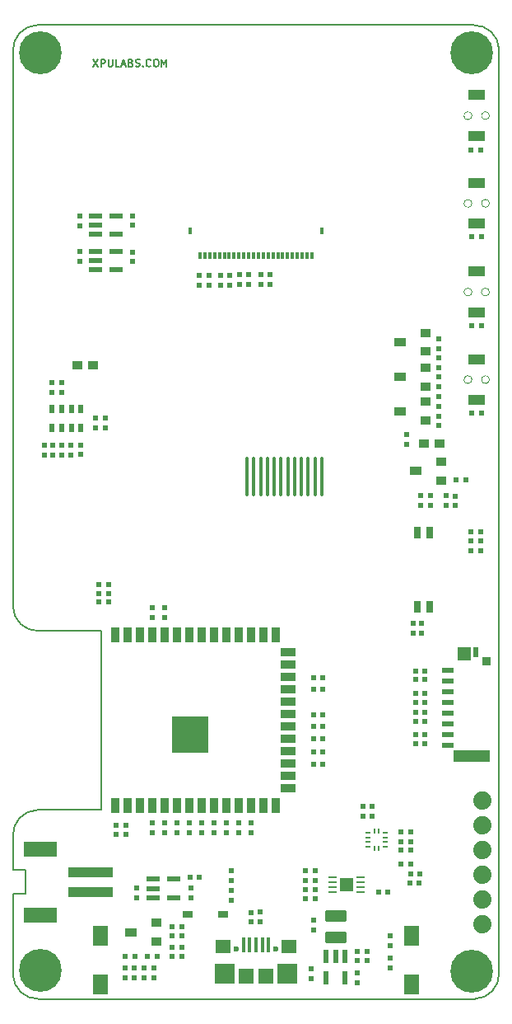
<source format=gts>
%TF.GenerationSoftware,KiCad,Pcbnew,6.0.6-3a73a75311~116~ubuntu20.04.1*%
%TF.CreationDate,2022-08-17T13:19:53+08:00*%
%TF.ProjectId,Maple_Eye_Alef_V12,4d61706c-655f-4457-9965-5f416c65665f,rev?*%
%TF.SameCoordinates,Original*%
%TF.FileFunction,Soldermask,Top*%
%TF.FilePolarity,Negative*%
%FSLAX46Y46*%
G04 Gerber Fmt 4.6, Leading zero omitted, Abs format (unit mm)*
G04 Created by KiCad (PCBNEW 6.0.6-3a73a75311~116~ubuntu20.04.1) date 2022-08-17 13:19:53*
%MOMM*%
%LPD*%
G01*
G04 APERTURE LIST*
G04 Aperture macros list*
%AMRoundRect*
0 Rectangle with rounded corners*
0 $1 Rounding radius*
0 $2 $3 $4 $5 $6 $7 $8 $9 X,Y pos of 4 corners*
0 Add a 4 corners polygon primitive as box body*
4,1,4,$2,$3,$4,$5,$6,$7,$8,$9,$2,$3,0*
0 Add four circle primitives for the rounded corners*
1,1,$1+$1,$2,$3*
1,1,$1+$1,$4,$5*
1,1,$1+$1,$6,$7*
1,1,$1+$1,$8,$9*
0 Add four rect primitives between the rounded corners*
20,1,$1+$1,$2,$3,$4,$5,0*
20,1,$1+$1,$4,$5,$6,$7,0*
20,1,$1+$1,$6,$7,$8,$9,0*
20,1,$1+$1,$8,$9,$2,$3,0*%
G04 Aperture macros list end*
%TA.AperFunction,Profile*%
%ADD10C,0.150000*%
%TD*%
%ADD11C,0.152400*%
%TA.AperFunction,Profile*%
%ADD12C,0.100000*%
%TD*%
%ADD13R,0.600000X0.550000*%
%ADD14R,0.550000X0.600000*%
%ADD15R,1.450000X0.550000*%
%ADD16R,1.450010X0.550012*%
%ADD17R,0.500000X0.600000*%
%ADD18C,0.700000*%
%ADD19C,4.400000*%
%ADD20R,0.550000X1.450000*%
%ADD21R,0.550012X1.450010*%
%ADD22RoundRect,0.250000X0.850000X-0.375000X0.850000X0.375000X-0.850000X0.375000X-0.850000X-0.375000X0*%
%ADD23R,0.999998X0.914400*%
%ADD24R,1.270000X0.914400*%
%ADD25R,0.600000X0.500000*%
%ADD26R,0.500000X0.280010*%
%ADD27R,0.280010X0.500000*%
%ADD28RoundRect,0.100000X0.100000X-1.900000X0.100000X1.900000X-0.100000X1.900000X-0.100000X-1.900000X0*%
%ADD29R,0.759460X1.270000*%
%ADD30RoundRect,0.062500X-0.325000X-0.062500X0.325000X-0.062500X0.325000X0.062500X-0.325000X0.062500X0*%
%ADD31R,1.400000X1.400000*%
%ADD32R,1.700000X1.000000*%
%ADD33R,0.300000X0.800000*%
%ADD34R,0.400000X0.800000*%
%ADD35R,4.599991X1.000000*%
%ADD36R,3.399993X1.600000*%
%ADD37C,0.600000*%
%ADD38R,0.381000X1.524000*%
%ADD39R,1.600000X1.397000*%
%ADD40R,1.500000X1.500000*%
%ADD41R,2.032000X2.032000*%
%ADD42R,1.000000X0.950000*%
%ADD43R,1.000000X0.700000*%
%ADD44C,1.879600*%
%ADD45R,1.500000X2.000000*%
%ADD46R,3.800000X1.200000*%
%ADD47R,1.400000X1.450000*%
%ADD48R,0.600000X1.000000*%
%ADD49R,0.850000X0.950000*%
%ADD50R,1.250000X0.600000*%
%ADD51R,0.600000X0.900000*%
%ADD52R,0.899998X1.499997*%
%ADD53R,1.499997X0.899998*%
%ADD54R,3.699993X3.699993*%
G04 APERTURE END LIST*
D10*
X217516861Y-150099994D02*
G75*
G03*
X219999992Y-147476295I-70261J2553394D01*
G01*
X172477803Y-50100089D02*
G75*
G03*
X169999990Y-52730310I76197J-2554011D01*
G01*
X172488739Y-130703189D02*
G75*
G03*
X169999990Y-133326905I67461J-2556211D01*
G01*
X171331992Y-136824593D02*
X171331992Y-139262993D01*
X169999995Y-147606600D02*
G75*
G03*
X172627800Y-150100005I2560605J67200D01*
G01*
X170000006Y-109815661D02*
G75*
G03*
X172628105Y-112313593I2562994J65061D01*
G01*
X219999992Y-147476295D02*
X219999992Y-52579731D01*
X179078992Y-112313593D02*
X179078992Y-130703193D01*
X179078992Y-112313593D02*
X172628105Y-112313593D01*
X220000000Y-52579731D02*
G75*
G03*
X217374090Y-50100001I-2552800J-73069D01*
G01*
X171331992Y-139262993D02*
X169999990Y-139262993D01*
X172477800Y-50100001D02*
X217374090Y-50100001D01*
X172627800Y-150100005D02*
X217516861Y-150100005D01*
X169999990Y-147606600D02*
X169999990Y-139262993D01*
X179078992Y-130703193D02*
X172488739Y-130703193D01*
X169999990Y-109815661D02*
X169999990Y-52730310D01*
X169999990Y-136824593D02*
X169999990Y-133326905D01*
X169999990Y-136824593D02*
X171331992Y-136824593D01*
D11*
X178267800Y-53609314D02*
X178775800Y-54371314D01*
X178775800Y-53609314D02*
X178267800Y-54371314D01*
X179066085Y-54371314D02*
X179066085Y-53609314D01*
X179356371Y-53609314D01*
X179428942Y-53645600D01*
X179465228Y-53681885D01*
X179501514Y-53754457D01*
X179501514Y-53863314D01*
X179465228Y-53935885D01*
X179428942Y-53972171D01*
X179356371Y-54008457D01*
X179066085Y-54008457D01*
X179828085Y-53609314D02*
X179828085Y-54226171D01*
X179864371Y-54298742D01*
X179900657Y-54335028D01*
X179973228Y-54371314D01*
X180118371Y-54371314D01*
X180190942Y-54335028D01*
X180227228Y-54298742D01*
X180263514Y-54226171D01*
X180263514Y-53609314D01*
X180989228Y-54371314D02*
X180626371Y-54371314D01*
X180626371Y-53609314D01*
X181206942Y-54153600D02*
X181569800Y-54153600D01*
X181134371Y-54371314D02*
X181388371Y-53609314D01*
X181642371Y-54371314D01*
X182150371Y-53972171D02*
X182259228Y-54008457D01*
X182295514Y-54044742D01*
X182331800Y-54117314D01*
X182331800Y-54226171D01*
X182295514Y-54298742D01*
X182259228Y-54335028D01*
X182186657Y-54371314D01*
X181896371Y-54371314D01*
X181896371Y-53609314D01*
X182150371Y-53609314D01*
X182222942Y-53645600D01*
X182259228Y-53681885D01*
X182295514Y-53754457D01*
X182295514Y-53827028D01*
X182259228Y-53899600D01*
X182222942Y-53935885D01*
X182150371Y-53972171D01*
X181896371Y-53972171D01*
X182622085Y-54335028D02*
X182730942Y-54371314D01*
X182912371Y-54371314D01*
X182984942Y-54335028D01*
X183021228Y-54298742D01*
X183057514Y-54226171D01*
X183057514Y-54153600D01*
X183021228Y-54081028D01*
X182984942Y-54044742D01*
X182912371Y-54008457D01*
X182767228Y-53972171D01*
X182694657Y-53935885D01*
X182658371Y-53899600D01*
X182622085Y-53827028D01*
X182622085Y-53754457D01*
X182658371Y-53681885D01*
X182694657Y-53645600D01*
X182767228Y-53609314D01*
X182948657Y-53609314D01*
X183057514Y-53645600D01*
X183384085Y-54298742D02*
X183420371Y-54335028D01*
X183384085Y-54371314D01*
X183347800Y-54335028D01*
X183384085Y-54298742D01*
X183384085Y-54371314D01*
X184182371Y-54298742D02*
X184146085Y-54335028D01*
X184037228Y-54371314D01*
X183964657Y-54371314D01*
X183855800Y-54335028D01*
X183783228Y-54262457D01*
X183746942Y-54189885D01*
X183710657Y-54044742D01*
X183710657Y-53935885D01*
X183746942Y-53790742D01*
X183783228Y-53718171D01*
X183855800Y-53645600D01*
X183964657Y-53609314D01*
X184037228Y-53609314D01*
X184146085Y-53645600D01*
X184182371Y-53681885D01*
X184654085Y-53609314D02*
X184799228Y-53609314D01*
X184871800Y-53645600D01*
X184944371Y-53718171D01*
X184980657Y-53863314D01*
X184980657Y-54117314D01*
X184944371Y-54262457D01*
X184871800Y-54335028D01*
X184799228Y-54371314D01*
X184654085Y-54371314D01*
X184581514Y-54335028D01*
X184508942Y-54262457D01*
X184472657Y-54117314D01*
X184472657Y-53863314D01*
X184508942Y-53718171D01*
X184581514Y-53645600D01*
X184654085Y-53609314D01*
X185307228Y-54371314D02*
X185307228Y-53609314D01*
X185561228Y-54153600D01*
X185815228Y-53609314D01*
X185815228Y-54371314D01*
D12*
%TO.C,MENU1*%
X218560203Y-77101985D02*
G75*
G03*
X218575051Y-77100779I40322J-404435D01*
G01*
X216760203Y-77101985D02*
G75*
G03*
X216775051Y-77100779I40322J-404435D01*
G01*
%TO.C,DOWN1*%
X216760203Y-68001985D02*
G75*
G03*
X216775051Y-68000779I40322J-404435D01*
G01*
X218560203Y-68001985D02*
G75*
G03*
X218575051Y-68000779I40322J-404435D01*
G01*
%TO.C,UP1*%
X218560203Y-59001985D02*
G75*
G03*
X218575051Y-59000779I40322J-404435D01*
G01*
X216760203Y-59001985D02*
G75*
G03*
X216775051Y-59000779I40322J-404435D01*
G01*
%TO.C,PLAY1*%
X216760203Y-86101985D02*
G75*
G03*
X216775051Y-86100779I40322J-404435D01*
G01*
X218560203Y-86101985D02*
G75*
G03*
X218575051Y-86100779I40322J-404435D01*
G01*
%TD*%
D13*
%TO.C,R51*%
X209927800Y-133956600D03*
X210927802Y-133956600D03*
%TD*%
D14*
%TO.C,R6*%
X184500000Y-147900000D03*
X184500000Y-146899998D03*
%TD*%
D13*
%TO.C,R7*%
X218200000Y-71800000D03*
X217199998Y-71800000D03*
%TD*%
D15*
%TO.C,U4*%
X178474604Y-69666987D03*
D16*
X178474600Y-70617000D03*
X178474600Y-71566985D03*
X180624608Y-71566985D03*
X180624608Y-69666989D03*
%TD*%
D14*
%TO.C,R49*%
X174024400Y-86820000D03*
X174024400Y-87820002D03*
%TD*%
D17*
%TO.C,C19*%
X176869200Y-73383400D03*
X176869200Y-74383402D03*
%TD*%
D14*
%TO.C,R61*%
X176945400Y-93203398D03*
X176945400Y-94203400D03*
%TD*%
D18*
%TO.C,H4*%
X216033274Y-54066726D03*
X218366726Y-51733274D03*
X218366726Y-54066726D03*
X217200000Y-51250000D03*
X216033274Y-51733274D03*
D19*
X217200000Y-52900000D03*
D18*
X218850000Y-52900000D03*
X215550000Y-52900000D03*
X217200000Y-54550000D03*
%TD*%
D20*
%TO.C,U8*%
X204137813Y-145766604D03*
D21*
X203187800Y-145766600D03*
X202237815Y-145766600D03*
X202237815Y-147916608D03*
X204137811Y-147916608D03*
%TD*%
D22*
%TO.C,L1*%
X203207800Y-143771600D03*
X203207800Y-141621600D03*
%TD*%
D14*
%TO.C,R50*%
X174989600Y-86820000D03*
X174989600Y-87820002D03*
%TD*%
D13*
%TO.C,R27*%
X200900000Y-118300000D03*
X201900002Y-118300000D03*
%TD*%
%TO.C,R1*%
X217200000Y-81000000D03*
X218200002Y-81000000D03*
%TD*%
%TO.C,R44*%
X201900000Y-124700000D03*
X200899998Y-124700000D03*
%TD*%
%TO.C,R17*%
X218100000Y-104100000D03*
X217099998Y-104100000D03*
%TD*%
D17*
%TO.C,C20*%
X190200000Y-75800000D03*
X190200000Y-76800002D03*
%TD*%
%TO.C,C30*%
X206407800Y-145196600D03*
X206407800Y-146196602D03*
%TD*%
D23*
%TO.C,Q1*%
X184725298Y-144196611D03*
X184725298Y-142296615D03*
D24*
X182125303Y-143246600D03*
%TD*%
D18*
%TO.C,H2*%
X217200000Y-145650000D03*
X218366726Y-148466726D03*
X216033274Y-148466726D03*
X215550000Y-147300000D03*
X218850000Y-147300000D03*
D19*
X217200000Y-147300000D03*
D18*
X218366726Y-146133274D03*
X217200000Y-148950000D03*
X216033274Y-146133274D03*
%TD*%
D23*
%TO.C,Q3*%
X212425298Y-87196611D03*
X212425298Y-85296615D03*
D24*
X209825303Y-86246600D03*
%TD*%
D25*
%TO.C,C24*%
X212400000Y-118705400D03*
X211399998Y-118705400D03*
%TD*%
D13*
%TO.C,R28*%
X200900000Y-117100000D03*
X201900002Y-117100000D03*
%TD*%
D14*
%TO.C,R34*%
X185642108Y-133000002D03*
X185642108Y-132000000D03*
%TD*%
D26*
%TO.C,U7*%
X208282753Y-134506611D03*
X208282753Y-134006612D03*
X208282753Y-133506588D03*
X208282753Y-133006589D03*
D27*
X207657812Y-132881570D03*
X207157787Y-132881570D03*
D26*
X206532846Y-133006589D03*
X206532846Y-133506588D03*
X206532846Y-134006612D03*
X206532846Y-134506611D03*
D27*
X207157787Y-134631630D03*
X207657812Y-134631630D03*
%TD*%
D17*
%TO.C,C13*%
X193328400Y-75745600D03*
X193328400Y-76745602D03*
%TD*%
D13*
%TO.C,R41*%
X201900000Y-120900000D03*
X200899998Y-120900000D03*
%TD*%
%TO.C,R53*%
X211400000Y-121600000D03*
X212400002Y-121600000D03*
%TD*%
D14*
%TO.C,R60*%
X175015000Y-93238200D03*
X175015000Y-94238202D03*
%TD*%
D17*
%TO.C,C26*%
X206027800Y-131356600D03*
X206027800Y-130356598D03*
%TD*%
D15*
%TO.C,U2*%
X184426200Y-137810202D03*
D16*
X184426196Y-138760215D03*
X184426196Y-139710200D03*
X186576204Y-139710200D03*
X186576204Y-137810204D03*
%TD*%
D14*
%TO.C,R9*%
X194511000Y-142217402D03*
X194511000Y-141217400D03*
%TD*%
D25*
%TO.C,C11*%
X211954600Y-99435800D03*
X212954602Y-99435800D03*
%TD*%
D28*
%TO.C,J5*%
X201770000Y-96480000D03*
X201070000Y-96480000D03*
X200370000Y-96480000D03*
X199670000Y-96480000D03*
X198970000Y-96480000D03*
X198270000Y-96480000D03*
X197570000Y-96480000D03*
X196870000Y-96480000D03*
X196170000Y-96480000D03*
X195470000Y-96480000D03*
X194770000Y-96480000D03*
X194070000Y-96480000D03*
%TD*%
D14*
%TO.C,R38*%
X189400000Y-133000000D03*
X189400000Y-131999998D03*
%TD*%
D29*
%TO.C,SW1*%
X211572800Y-109866600D03*
X212842800Y-109866600D03*
X212842800Y-102246600D03*
X211572800Y-102246600D03*
%TD*%
D14*
%TO.C,R18*%
X192457800Y-137946600D03*
X192457800Y-136946598D03*
%TD*%
D13*
%TO.C,R52*%
X211400000Y-117300000D03*
X212400002Y-117300000D03*
%TD*%
D30*
%TO.C,U3*%
X202845300Y-137646600D03*
X202845300Y-138146600D03*
X202845300Y-138646600D03*
X202845300Y-139146600D03*
X205770300Y-139146600D03*
X205770300Y-138646600D03*
X205770300Y-138146600D03*
X205770300Y-137646600D03*
D31*
X204307800Y-138396600D03*
%TD*%
D17*
%TO.C,C12*%
X200907800Y-142046600D03*
X200907800Y-143046602D03*
%TD*%
%TO.C,C18*%
X176875004Y-69699985D03*
X176875004Y-70699987D03*
%TD*%
D14*
%TO.C,R62*%
X173211600Y-93238200D03*
X173211600Y-94238202D03*
%TD*%
D18*
%TO.C,H3*%
X173966726Y-51733274D03*
D19*
X172800000Y-52900000D03*
D18*
X172800000Y-51250000D03*
X171633274Y-54066726D03*
X174450000Y-52900000D03*
X172800000Y-54550000D03*
X171150000Y-52900000D03*
X173966726Y-54066726D03*
X171633274Y-51733274D03*
%TD*%
D14*
%TO.C,R47*%
X211137800Y-111556600D03*
X211137800Y-112556602D03*
%TD*%
D13*
%TO.C,R5*%
X186400000Y-143600000D03*
X187400002Y-143600000D03*
%TD*%
%TO.C,R54*%
X211400000Y-123000000D03*
X212400002Y-123000000D03*
%TD*%
%TO.C,R32*%
X179833000Y-108478200D03*
X178832998Y-108478200D03*
%TD*%
D17*
%TO.C,C29*%
X179487800Y-91431800D03*
X179487800Y-90431798D03*
%TD*%
D14*
%TO.C,R64*%
X213757800Y-86246600D03*
X213757800Y-87246602D03*
%TD*%
D13*
%TO.C,R69*%
X200088000Y-138896600D03*
X201088002Y-138896600D03*
%TD*%
%TO.C,R23*%
X215600000Y-96800000D03*
X216600002Y-96800000D03*
%TD*%
D32*
%TO.C,MENU1*%
X217700000Y-79600000D03*
X217700000Y-75400000D03*
%TD*%
D25*
%TO.C,D4*%
X211887802Y-137281800D03*
X210887800Y-137281800D03*
%TD*%
D13*
%TO.C,R10*%
X217100000Y-62900000D03*
X218100002Y-62900000D03*
%TD*%
D33*
%TO.C,J4*%
X189250000Y-73750000D03*
X189750000Y-73750000D03*
X190250000Y-73750000D03*
X190750000Y-73750000D03*
X191250000Y-73750000D03*
X191750000Y-73750000D03*
X192250000Y-73750000D03*
X192750000Y-73750000D03*
X193250000Y-73750000D03*
X193750000Y-73750000D03*
X194250000Y-73750000D03*
X194750000Y-73750000D03*
X195250000Y-73750000D03*
X195750000Y-73750000D03*
X196250000Y-73750000D03*
X196750000Y-73750000D03*
X197250000Y-73750000D03*
X197750000Y-73750000D03*
X198250000Y-73750000D03*
X198750000Y-73750000D03*
X199250000Y-73750000D03*
X199750000Y-73750000D03*
X200250000Y-73750000D03*
X200750000Y-73750000D03*
D34*
X201750000Y-71250000D03*
X188250000Y-71250000D03*
%TD*%
D14*
%TO.C,R2*%
X208800000Y-144600000D03*
X208800000Y-143599998D03*
%TD*%
D35*
%TO.C,J2*%
X178003793Y-139119998D03*
X178003793Y-137120002D03*
D36*
X172803803Y-141520044D03*
X172803803Y-134719956D03*
%TD*%
D23*
%TO.C,Q5*%
X212425298Y-83596611D03*
X212425298Y-81696615D03*
D24*
X209825303Y-82646600D03*
%TD*%
D25*
%TO.C,C23*%
X209927800Y-132956600D03*
X210927802Y-132956600D03*
%TD*%
D37*
%TO.C,J1*%
X193000004Y-144949986D03*
X196999996Y-144949986D03*
D38*
X193700003Y-144549987D03*
X194349989Y-144549987D03*
X195000000Y-144549987D03*
X195650011Y-144549987D03*
X196299997Y-144549987D03*
D39*
X191600007Y-144726999D03*
D40*
X195999998Y-147799993D03*
D41*
X191774200Y-147475000D03*
D39*
X198399993Y-144726999D03*
D40*
X194000002Y-147799993D03*
D41*
X198225800Y-147475000D03*
%TD*%
D25*
%TO.C,C25*%
X212400000Y-119645200D03*
X211399998Y-119645200D03*
%TD*%
D17*
%TO.C,C1*%
X208800000Y-146900000D03*
X208800000Y-145899998D03*
%TD*%
D14*
%TO.C,R63*%
X174126000Y-93220800D03*
X174126000Y-94220802D03*
%TD*%
D42*
%TO.C,R21*%
X212300000Y-93100000D03*
X213899998Y-93100000D03*
%TD*%
D14*
%TO.C,R48*%
X212007800Y-111556600D03*
X212007800Y-112556602D03*
%TD*%
D23*
%TO.C,Q2*%
X214067498Y-96850011D03*
X214067498Y-94950015D03*
D24*
X211467503Y-95900000D03*
%TD*%
D25*
%TO.C,C8*%
X217100000Y-103100000D03*
X218100002Y-103100000D03*
%TD*%
D17*
%TO.C,C7*%
X188300000Y-139700000D03*
X188300000Y-138699998D03*
%TD*%
D14*
%TO.C,R24*%
X191400000Y-76800000D03*
X191400000Y-75799998D03*
%TD*%
D13*
%TO.C,R45*%
X201900000Y-126000000D03*
X200899998Y-126000000D03*
%TD*%
D14*
%TO.C,R3*%
X182500000Y-147900000D03*
X182500000Y-146899998D03*
%TD*%
D13*
%TO.C,R13*%
X188200000Y-137600000D03*
X189200002Y-137600000D03*
%TD*%
%TO.C,R12*%
X186407800Y-145746600D03*
X187407802Y-145746600D03*
%TD*%
D43*
%TO.C,D3*%
X187950000Y-141400000D03*
X191650000Y-141400000D03*
%TD*%
D17*
%TO.C,C16*%
X196400000Y-75700000D03*
X196400000Y-76700002D03*
%TD*%
D32*
%TO.C,DOWN1*%
X217700000Y-70500000D03*
X217700000Y-66300000D03*
%TD*%
D17*
%TO.C,C17*%
X189200000Y-75800000D03*
X189200000Y-76800002D03*
%TD*%
D14*
%TO.C,R72*%
X205407800Y-146196600D03*
X205407800Y-145196598D03*
%TD*%
D25*
%TO.C,C31*%
X201088000Y-139846600D03*
X200087998Y-139846600D03*
%TD*%
D14*
%TO.C,R73*%
X205407800Y-148446600D03*
X205407800Y-147446598D03*
%TD*%
%TO.C,R8*%
X195400000Y-142200000D03*
X195400000Y-141199998D03*
%TD*%
%TO.C,R77*%
X213757800Y-82346600D03*
X213757800Y-83346602D03*
%TD*%
D17*
%TO.C,C9*%
X200707800Y-147996600D03*
X200707800Y-146996598D03*
%TD*%
D14*
%TO.C,R36*%
X188142108Y-133000000D03*
X188142108Y-131999998D03*
%TD*%
D13*
%TO.C,R19*%
X182550800Y-145740000D03*
X181550798Y-145740000D03*
%TD*%
D17*
%TO.C,C27*%
X206927800Y-131356600D03*
X206927800Y-130356598D03*
%TD*%
D25*
%TO.C,C10*%
X211954600Y-98435800D03*
X212954602Y-98435800D03*
%TD*%
D17*
%TO.C,C4*%
X182700000Y-139700000D03*
X182700000Y-138699998D03*
%TD*%
%TO.C,C15*%
X194242800Y-75720200D03*
X194242800Y-76720202D03*
%TD*%
D25*
%TO.C,D1*%
X186399998Y-142700000D03*
X187400000Y-142700000D03*
%TD*%
D44*
%TO.C,J3*%
X218300000Y-129700000D03*
X218300000Y-132240000D03*
X218300000Y-134780000D03*
X218300000Y-137320000D03*
X218300000Y-139860000D03*
X218300000Y-142400000D03*
%TD*%
D14*
%TO.C,R35*%
X186842108Y-133000000D03*
X186842108Y-131999998D03*
%TD*%
D17*
%TO.C,C21*%
X182318204Y-69677185D03*
X182318204Y-70677187D03*
%TD*%
D13*
%TO.C,R14*%
X187407800Y-144846600D03*
X186407798Y-144846600D03*
%TD*%
D45*
%TO.C,EN1*%
X179000000Y-148600000D03*
X179000000Y-143600000D03*
%TD*%
D17*
%TO.C,C22*%
X182275004Y-73399985D03*
X182275004Y-74399987D03*
%TD*%
D18*
%TO.C,H1*%
X173966726Y-146033274D03*
X172800000Y-148850000D03*
X171633274Y-148366726D03*
X172800000Y-145550000D03*
X174450000Y-147200000D03*
X171150000Y-147200000D03*
X173966726Y-148366726D03*
X171633274Y-146033274D03*
D19*
X172800000Y-147200000D03*
%TD*%
D14*
%TO.C,R30*%
X215507800Y-98456600D03*
X215507800Y-99456602D03*
%TD*%
D32*
%TO.C,UP1*%
X217700000Y-61500000D03*
X217700000Y-57300000D03*
%TD*%
D45*
%TO.C,BOOT1*%
X211000000Y-148600000D03*
X211000000Y-143600000D03*
%TD*%
D25*
%TO.C,C32*%
X201088000Y-136946600D03*
X200087998Y-136946600D03*
%TD*%
D13*
%TO.C,R68*%
X200088000Y-137946600D03*
X201088002Y-137946600D03*
%TD*%
D17*
%TO.C,C3*%
X183500000Y-146900000D03*
X183500000Y-147900002D03*
%TD*%
%TO.C,D2*%
X192457800Y-139946602D03*
X192457800Y-138946600D03*
%TD*%
D13*
%TO.C,R56*%
X212400000Y-123900000D03*
X211399998Y-123900000D03*
%TD*%
D14*
%TO.C,R76*%
X213757800Y-91246600D03*
X213757800Y-90246598D03*
%TD*%
D23*
%TO.C,Q4*%
X212425298Y-90696611D03*
X212425298Y-88796615D03*
D24*
X209825303Y-89746600D03*
%TD*%
D14*
%TO.C,R46*%
X194500000Y-133000000D03*
X194500000Y-131999998D03*
%TD*%
D25*
%TO.C,C5*%
X181600000Y-132300000D03*
X180599998Y-132300000D03*
%TD*%
D13*
%TO.C,R70*%
X208588000Y-139146600D03*
X207587998Y-139146600D03*
%TD*%
D46*
%TO.C,J7*%
X217200000Y-125200000D03*
D47*
X216400000Y-114700000D03*
D48*
X217650000Y-114500000D03*
D49*
X218700000Y-115400000D03*
D50*
X214700000Y-116350000D03*
X214700000Y-117450000D03*
X214700000Y-118550000D03*
X214700000Y-119650000D03*
X214700000Y-120750000D03*
X214700000Y-121850000D03*
X214700000Y-122950000D03*
X214700000Y-124050000D03*
%TD*%
D14*
%TO.C,R26*%
X185600000Y-110900000D03*
X185600000Y-109899998D03*
%TD*%
D13*
%TO.C,R66*%
X178832998Y-107546600D03*
X179833000Y-107546600D03*
%TD*%
D14*
%TO.C,R22*%
X192287000Y-76796400D03*
X192287000Y-75796398D03*
%TD*%
D13*
%TO.C,R58*%
X212400000Y-116400000D03*
X211399998Y-116400000D03*
%TD*%
D42*
%TO.C,R67*%
X178257800Y-85046600D03*
X176657802Y-85046600D03*
%TD*%
D17*
%TO.C,C2*%
X181500000Y-147900000D03*
X181500000Y-146899998D03*
%TD*%
D14*
%TO.C,R37*%
X190700000Y-133000000D03*
X190700000Y-131999998D03*
%TD*%
%TO.C,R29*%
X214577800Y-98446600D03*
X214577800Y-99446602D03*
%TD*%
D13*
%TO.C,R42*%
X201900000Y-122100000D03*
X200899998Y-122100000D03*
%TD*%
%TO.C,R16*%
X210887800Y-136256600D03*
X209887798Y-136256600D03*
%TD*%
D25*
%TO.C,C6*%
X181600000Y-133200000D03*
X180599998Y-133200000D03*
%TD*%
D14*
%TO.C,R59*%
X175980200Y-93238200D03*
X175980200Y-94238202D03*
%TD*%
D32*
%TO.C,PLAY1*%
X217700000Y-88600000D03*
X217700000Y-84400000D03*
%TD*%
D13*
%TO.C,R15*%
X210803602Y-138221600D03*
X211803604Y-138221600D03*
%TD*%
D14*
%TO.C,R39*%
X191942108Y-133000000D03*
X191942108Y-131999998D03*
%TD*%
D17*
%TO.C,C28*%
X178522600Y-91439800D03*
X178522600Y-90439798D03*
%TD*%
D13*
%TO.C,R20*%
X184836800Y-145740000D03*
X183836798Y-145740000D03*
%TD*%
%TO.C,R55*%
X209927800Y-134846600D03*
X210927802Y-134846600D03*
%TD*%
D51*
%TO.C,U6*%
X177000000Y-89550000D03*
X176000000Y-89550000D03*
X175000000Y-89550000D03*
X174000000Y-89550000D03*
X174000000Y-91450000D03*
X175000000Y-91450000D03*
X176000000Y-91450000D03*
X177000000Y-91450000D03*
%TD*%
D14*
%TO.C,R74*%
X213757800Y-84246600D03*
X213757800Y-85246602D03*
%TD*%
%TO.C,R75*%
X213757800Y-88246600D03*
X213757800Y-89246602D03*
%TD*%
D52*
%TO.C,U1*%
X180543504Y-130252395D03*
X181813504Y-130252395D03*
X183083504Y-130252395D03*
X184353504Y-130252395D03*
X185623504Y-130252395D03*
X186893504Y-130252395D03*
X188163504Y-130252395D03*
X189433504Y-130252395D03*
X190703504Y-130252395D03*
X191973504Y-130252395D03*
X193243504Y-130252395D03*
X194513504Y-130252395D03*
X195783504Y-130252395D03*
X197053504Y-130252395D03*
D53*
X198333510Y-128487400D03*
X198333486Y-127217400D03*
X198333486Y-125947400D03*
X198333486Y-124677400D03*
X198333486Y-123407400D03*
X198333486Y-122137400D03*
X198333486Y-120867400D03*
X198333486Y-119597400D03*
X198333486Y-118327400D03*
X198333486Y-117057400D03*
X198333486Y-115787400D03*
X198303489Y-114517400D03*
D52*
X197053504Y-112752405D03*
X195783504Y-112752405D03*
X194513504Y-112752405D03*
X193243504Y-112752405D03*
X191973504Y-112752405D03*
X190703504Y-112752405D03*
X189433504Y-112752405D03*
X188163504Y-112752405D03*
X186893504Y-112752405D03*
X185623504Y-112752405D03*
X184353504Y-112752405D03*
X183083504Y-112752405D03*
X181813504Y-112752405D03*
X180543504Y-112752405D03*
D54*
X188263529Y-123002397D03*
%TD*%
D14*
%TO.C,R65*%
X210457800Y-93146600D03*
X210457800Y-92146598D03*
%TD*%
D13*
%TO.C,R43*%
X201900000Y-123400000D03*
X200899998Y-123400000D03*
%TD*%
D14*
%TO.C,R33*%
X184300000Y-133000000D03*
X184300000Y-131999998D03*
%TD*%
D15*
%TO.C,U5*%
X178500004Y-73349987D03*
D16*
X178500000Y-74300000D03*
X178500000Y-75249985D03*
X180650008Y-75249985D03*
X180650008Y-73349989D03*
%TD*%
D13*
%TO.C,R31*%
X179833000Y-109341800D03*
X178832998Y-109341800D03*
%TD*%
D14*
%TO.C,R40*%
X193242108Y-133000000D03*
X193242108Y-131999998D03*
%TD*%
D13*
%TO.C,R57*%
X212400000Y-120700000D03*
X211399998Y-120700000D03*
%TD*%
D14*
%TO.C,R25*%
X184342108Y-110900000D03*
X184342108Y-109899998D03*
%TD*%
D13*
%TO.C,R4*%
X217200000Y-89900000D03*
X218200002Y-89900000D03*
%TD*%
%TO.C,R11*%
X218100000Y-102100000D03*
X217099998Y-102100000D03*
%TD*%
D17*
%TO.C,C14*%
X195500000Y-75700000D03*
X195500000Y-76700002D03*
%TD*%
M02*

</source>
